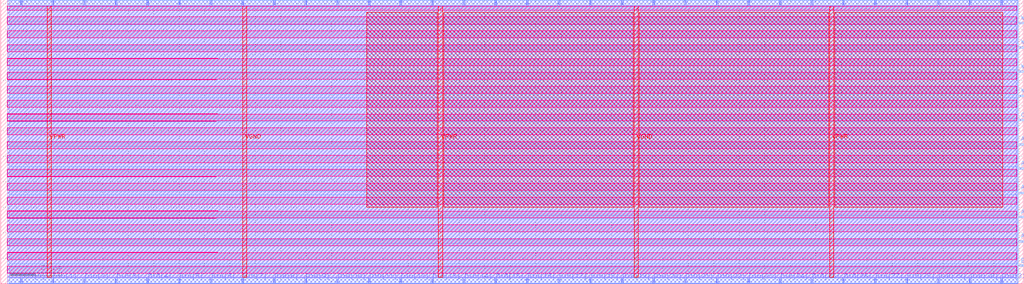
<source format=lef>
VERSION 5.7 ;
  NOWIREEXTENSIONATPIN ON ;
  DIVIDERCHAR "/" ;
  BUSBITCHARS "[]" ;
MACRO RAM32
  CLASS BLOCK ;
  FOREIGN RAM32 ;
  ORIGIN 0.000 0.000 ;
  SIZE 401.580 BY 111.520 ;
  PIN A0[0]
    PORT
      LAYER met3 ;
        RECT 399.580 16.360 401.580 16.960 ;
    END
  END A0[0]
  PIN A0[1]
    PORT
      LAYER met3 ;
        RECT 399.580 25.880 401.580 26.480 ;
    END
  END A0[1]
  PIN A0[2]
    PORT
      LAYER met3 ;
        RECT 399.580 35.400 401.580 36.000 ;
    END
  END A0[2]
  PIN A0[3]
    PORT
      LAYER met3 ;
        RECT 399.580 44.920 401.580 45.520 ;
    END
  END A0[3]
  PIN A0[4]
    PORT
      LAYER met3 ;
        RECT 399.580 54.440 401.580 55.040 ;
    END
  END A0[4]
  PIN CLK
    PORT
      LAYER met3 ;
        RECT 399.580 63.960 401.580 64.560 ;
    END
  END CLK
  PIN Di0[0]
    PORT
      LAYER met2 ;
        RECT 7.910 0.000 8.190 2.000 ;
    END
  END Di0[0]
  PIN Di0[10]
    PORT
      LAYER met2 ;
        RECT 132.110 0.000 132.390 2.000 ;
    END
  END Di0[10]
  PIN Di0[11]
    PORT
      LAYER met2 ;
        RECT 144.530 0.000 144.810 2.000 ;
    END
  END Di0[11]
  PIN Di0[12]
    PORT
      LAYER met2 ;
        RECT 156.950 0.000 157.230 2.000 ;
    END
  END Di0[12]
  PIN Di0[13]
    PORT
      LAYER met2 ;
        RECT 169.370 0.000 169.650 2.000 ;
    END
  END Di0[13]
  PIN Di0[14]
    PORT
      LAYER met2 ;
        RECT 181.790 0.000 182.070 2.000 ;
    END
  END Di0[14]
  PIN Di0[15]
    PORT
      LAYER met2 ;
        RECT 194.210 0.000 194.490 2.000 ;
    END
  END Di0[15]
  PIN Di0[16]
    PORT
      LAYER met2 ;
        RECT 206.630 0.000 206.910 2.000 ;
    END
  END Di0[16]
  PIN Di0[17]
    PORT
      LAYER met2 ;
        RECT 219.050 0.000 219.330 2.000 ;
    END
  END Di0[17]
  PIN Di0[18]
    PORT
      LAYER met2 ;
        RECT 231.470 0.000 231.750 2.000 ;
    END
  END Di0[18]
  PIN Di0[19]
    PORT
      LAYER met2 ;
        RECT 243.890 0.000 244.170 2.000 ;
    END
  END Di0[19]
  PIN Di0[1]
    PORT
      LAYER met2 ;
        RECT 20.330 0.000 20.610 2.000 ;
    END
  END Di0[1]
  PIN Di0[20]
    PORT
      LAYER met2 ;
        RECT 256.310 0.000 256.590 2.000 ;
    END
  END Di0[20]
  PIN Di0[21]
    PORT
      LAYER met2 ;
        RECT 268.730 0.000 269.010 2.000 ;
    END
  END Di0[21]
  PIN Di0[22]
    PORT
      LAYER met2 ;
        RECT 281.150 0.000 281.430 2.000 ;
    END
  END Di0[22]
  PIN Di0[23]
    PORT
      LAYER met2 ;
        RECT 293.570 0.000 293.850 2.000 ;
    END
  END Di0[23]
  PIN Di0[24]
    PORT
      LAYER met2 ;
        RECT 305.990 0.000 306.270 2.000 ;
    END
  END Di0[24]
  PIN Di0[25]
    PORT
      LAYER met2 ;
        RECT 318.410 0.000 318.690 2.000 ;
    END
  END Di0[25]
  PIN Di0[26]
    PORT
      LAYER met2 ;
        RECT 330.830 0.000 331.110 2.000 ;
    END
  END Di0[26]
  PIN Di0[27]
    PORT
      LAYER met2 ;
        RECT 343.250 0.000 343.530 2.000 ;
    END
  END Di0[27]
  PIN Di0[28]
    PORT
      LAYER met2 ;
        RECT 355.670 0.000 355.950 2.000 ;
    END
  END Di0[28]
  PIN Di0[29]
    PORT
      LAYER met2 ;
        RECT 368.090 0.000 368.370 2.000 ;
    END
  END Di0[29]
  PIN Di0[2]
    PORT
      LAYER met2 ;
        RECT 32.750 0.000 33.030 2.000 ;
    END
  END Di0[2]
  PIN Di0[30]
    PORT
      LAYER met2 ;
        RECT 380.510 0.000 380.790 2.000 ;
    END
  END Di0[30]
  PIN Di0[31]
    PORT
      LAYER met2 ;
        RECT 392.930 0.000 393.210 2.000 ;
    END
  END Di0[31]
  PIN Di0[3]
    PORT
      LAYER met2 ;
        RECT 45.170 0.000 45.450 2.000 ;
    END
  END Di0[3]
  PIN Di0[4]
    PORT
      LAYER met2 ;
        RECT 57.590 0.000 57.870 2.000 ;
    END
  END Di0[4]
  PIN Di0[5]
    PORT
      LAYER met2 ;
        RECT 70.010 0.000 70.290 2.000 ;
    END
  END Di0[5]
  PIN Di0[6]
    PORT
      LAYER met2 ;
        RECT 82.430 0.000 82.710 2.000 ;
    END
  END Di0[6]
  PIN Di0[7]
    PORT
      LAYER met2 ;
        RECT 94.850 0.000 95.130 2.000 ;
    END
  END Di0[7]
  PIN Di0[8]
    PORT
      LAYER met2 ;
        RECT 107.270 0.000 107.550 2.000 ;
    END
  END Di0[8]
  PIN Di0[9]
    PORT
      LAYER met2 ;
        RECT 119.690 0.000 119.970 2.000 ;
    END
  END Di0[9]
  PIN Do0[0]
    PORT
      LAYER met2 ;
        RECT 7.910 109.520 8.190 111.520 ;
    END
  END Do0[0]
  PIN Do0[10]
    PORT
      LAYER met2 ;
        RECT 132.110 109.520 132.390 111.520 ;
    END
  END Do0[10]
  PIN Do0[11]
    PORT
      LAYER met2 ;
        RECT 144.530 109.520 144.810 111.520 ;
    END
  END Do0[11]
  PIN Do0[12]
    PORT
      LAYER met2 ;
        RECT 156.950 109.520 157.230 111.520 ;
    END
  END Do0[12]
  PIN Do0[13]
    PORT
      LAYER met2 ;
        RECT 169.370 109.520 169.650 111.520 ;
    END
  END Do0[13]
  PIN Do0[14]
    PORT
      LAYER met2 ;
        RECT 181.790 109.520 182.070 111.520 ;
    END
  END Do0[14]
  PIN Do0[15]
    PORT
      LAYER met2 ;
        RECT 194.210 109.520 194.490 111.520 ;
    END
  END Do0[15]
  PIN Do0[16]
    PORT
      LAYER met2 ;
        RECT 206.630 109.520 206.910 111.520 ;
    END
  END Do0[16]
  PIN Do0[17]
    PORT
      LAYER met2 ;
        RECT 219.050 109.520 219.330 111.520 ;
    END
  END Do0[17]
  PIN Do0[18]
    PORT
      LAYER met2 ;
        RECT 231.470 109.520 231.750 111.520 ;
    END
  END Do0[18]
  PIN Do0[19]
    PORT
      LAYER met2 ;
        RECT 243.890 109.520 244.170 111.520 ;
    END
  END Do0[19]
  PIN Do0[1]
    PORT
      LAYER met2 ;
        RECT 20.330 109.520 20.610 111.520 ;
    END
  END Do0[1]
  PIN Do0[20]
    PORT
      LAYER met2 ;
        RECT 256.310 109.520 256.590 111.520 ;
    END
  END Do0[20]
  PIN Do0[21]
    PORT
      LAYER met2 ;
        RECT 268.730 109.520 269.010 111.520 ;
    END
  END Do0[21]
  PIN Do0[22]
    PORT
      LAYER met2 ;
        RECT 281.150 109.520 281.430 111.520 ;
    END
  END Do0[22]
  PIN Do0[23]
    PORT
      LAYER met2 ;
        RECT 293.570 109.520 293.850 111.520 ;
    END
  END Do0[23]
  PIN Do0[24]
    PORT
      LAYER met2 ;
        RECT 305.990 109.520 306.270 111.520 ;
    END
  END Do0[24]
  PIN Do0[25]
    PORT
      LAYER met2 ;
        RECT 318.410 109.520 318.690 111.520 ;
    END
  END Do0[25]
  PIN Do0[26]
    PORT
      LAYER met2 ;
        RECT 330.830 109.520 331.110 111.520 ;
    END
  END Do0[26]
  PIN Do0[27]
    PORT
      LAYER met2 ;
        RECT 343.250 109.520 343.530 111.520 ;
    END
  END Do0[27]
  PIN Do0[28]
    PORT
      LAYER met2 ;
        RECT 355.670 109.520 355.950 111.520 ;
    END
  END Do0[28]
  PIN Do0[29]
    PORT
      LAYER met2 ;
        RECT 368.090 109.520 368.370 111.520 ;
    END
  END Do0[29]
  PIN Do0[2]
    PORT
      LAYER met2 ;
        RECT 32.750 109.520 33.030 111.520 ;
    END
  END Do0[2]
  PIN Do0[30]
    PORT
      LAYER met2 ;
        RECT 380.510 109.520 380.790 111.520 ;
    END
  END Do0[30]
  PIN Do0[31]
    PORT
      LAYER met2 ;
        RECT 392.930 109.520 393.210 111.520 ;
    END
  END Do0[31]
  PIN Do0[3]
    PORT
      LAYER met2 ;
        RECT 45.170 109.520 45.450 111.520 ;
    END
  END Do0[3]
  PIN Do0[4]
    PORT
      LAYER met2 ;
        RECT 57.590 109.520 57.870 111.520 ;
    END
  END Do0[4]
  PIN Do0[5]
    PORT
      LAYER met2 ;
        RECT 70.010 109.520 70.290 111.520 ;
    END
  END Do0[5]
  PIN Do0[6]
    PORT
      LAYER met2 ;
        RECT 82.430 109.520 82.710 111.520 ;
    END
  END Do0[6]
  PIN Do0[7]
    PORT
      LAYER met2 ;
        RECT 94.850 109.520 95.130 111.520 ;
    END
  END Do0[7]
  PIN Do0[8]
    PORT
      LAYER met2 ;
        RECT 107.270 109.520 107.550 111.520 ;
    END
  END Do0[8]
  PIN Do0[9]
    PORT
      LAYER met2 ;
        RECT 119.690 109.520 119.970 111.520 ;
    END
  END Do0[9]
  PIN EN0
    PORT
      LAYER met3 ;
        RECT 399.580 6.840 401.580 7.440 ;
    END
  END EN0
  PIN VGND
    USE GROUND ;
    PORT
      LAYER met4 ;
        RECT 248.680 2.480 250.280 109.040 ;
    END
    PORT
      LAYER met4 ;
        RECT 95.080 2.480 96.680 109.040 ;
    END
  END VGND
  PIN VPWR
    USE POWER ;
    PORT
      LAYER met4 ;
        RECT 325.480 2.480 327.080 109.040 ;
    END
    PORT
      LAYER met4 ;
        RECT 171.880 2.480 173.480 109.040 ;
    END
    PORT
      LAYER met4 ;
        RECT 18.280 2.480 19.880 109.040 ;
    END
  END VPWR
  PIN WE0[0]
    PORT
      LAYER met3 ;
        RECT 399.580 73.480 401.580 74.080 ;
    END
  END WE0[0]
  PIN WE0[1]
    PORT
      LAYER met3 ;
        RECT 399.580 83.000 401.580 83.600 ;
    END
  END WE0[1]
  PIN WE0[2]
    PORT
      LAYER met3 ;
        RECT 399.580 92.520 401.580 93.120 ;
    END
  END WE0[2]
  PIN WE0[3]
    PORT
      LAYER met3 ;
        RECT 399.580 102.040 401.580 102.640 ;
    END
  END WE0[3]
  OBS
      LAYER nwell ;
        RECT 2.570 107.385 399.010 108.990 ;
        RECT 2.570 101.945 399.010 104.775 ;
        RECT 2.570 96.555 399.010 99.335 ;
        RECT 2.570 96.505 84.715 96.555 ;
        RECT 2.570 93.845 85.175 93.895 ;
        RECT 2.570 91.115 399.010 93.845 ;
        RECT 2.570 91.065 84.715 91.115 ;
        RECT 2.570 88.405 85.175 88.455 ;
        RECT 2.570 85.675 399.010 88.405 ;
        RECT 2.570 85.625 84.715 85.675 ;
        RECT 2.570 82.965 85.175 83.015 ;
        RECT 2.570 80.235 399.010 82.965 ;
        RECT 2.570 80.185 84.715 80.235 ;
        RECT 2.570 77.525 85.175 77.575 ;
        RECT 2.570 74.795 399.010 77.525 ;
        RECT 2.570 74.745 84.715 74.795 ;
        RECT 2.570 72.085 85.175 72.135 ;
        RECT 2.570 69.355 399.010 72.085 ;
        RECT 2.570 69.305 84.715 69.355 ;
        RECT 2.570 66.645 85.175 66.695 ;
        RECT 2.570 63.915 399.010 66.645 ;
        RECT 2.570 63.865 84.715 63.915 ;
        RECT 2.570 61.205 85.175 61.255 ;
        RECT 2.570 58.475 399.010 61.205 ;
        RECT 2.570 58.425 84.715 58.475 ;
        RECT 2.570 55.765 85.175 55.815 ;
        RECT 2.570 52.985 399.010 55.765 ;
        RECT 2.570 47.595 399.010 50.375 ;
        RECT 2.570 47.545 84.715 47.595 ;
        RECT 2.570 44.885 85.175 44.935 ;
        RECT 2.570 42.155 399.010 44.885 ;
        RECT 2.570 42.105 84.715 42.155 ;
        RECT 2.570 39.445 85.175 39.495 ;
        RECT 2.570 36.715 399.010 39.445 ;
        RECT 2.570 36.665 84.715 36.715 ;
        RECT 2.570 34.005 85.175 34.055 ;
        RECT 2.570 31.275 399.010 34.005 ;
        RECT 2.570 31.225 84.715 31.275 ;
        RECT 2.570 28.565 85.175 28.615 ;
        RECT 2.570 25.835 399.010 28.565 ;
        RECT 2.570 25.785 84.715 25.835 ;
        RECT 2.570 23.125 85.175 23.175 ;
        RECT 2.570 20.395 399.010 23.125 ;
        RECT 2.570 20.345 84.715 20.395 ;
        RECT 2.570 17.685 85.175 17.735 ;
        RECT 2.570 14.955 399.010 17.685 ;
        RECT 2.570 14.905 84.715 14.955 ;
        RECT 2.570 12.245 85.175 12.295 ;
        RECT 2.570 9.515 399.010 12.245 ;
        RECT 2.570 9.465 84.715 9.515 ;
        RECT 2.570 6.805 85.175 6.855 ;
        RECT 2.570 4.025 399.010 6.805 ;
      LAYER li1 ;
        RECT 2.760 2.635 398.820 108.885 ;
      LAYER met1 ;
        RECT 2.760 0.040 399.210 111.480 ;
      LAYER met2 ;
        RECT 3.310 109.240 7.630 111.510 ;
        RECT 8.470 109.240 20.050 111.510 ;
        RECT 20.890 109.240 32.470 111.510 ;
        RECT 33.310 109.240 44.890 111.510 ;
        RECT 45.730 109.240 57.310 111.510 ;
        RECT 58.150 109.240 69.730 111.510 ;
        RECT 70.570 109.240 82.150 111.510 ;
        RECT 82.990 109.240 94.570 111.510 ;
        RECT 95.410 109.240 106.990 111.510 ;
        RECT 107.830 109.240 119.410 111.510 ;
        RECT 120.250 109.240 131.830 111.510 ;
        RECT 132.670 109.240 144.250 111.510 ;
        RECT 145.090 109.240 156.670 111.510 ;
        RECT 157.510 109.240 169.090 111.510 ;
        RECT 169.930 109.240 181.510 111.510 ;
        RECT 182.350 109.240 193.930 111.510 ;
        RECT 194.770 109.240 206.350 111.510 ;
        RECT 207.190 109.240 218.770 111.510 ;
        RECT 219.610 109.240 231.190 111.510 ;
        RECT 232.030 109.240 243.610 111.510 ;
        RECT 244.450 109.240 256.030 111.510 ;
        RECT 256.870 109.240 268.450 111.510 ;
        RECT 269.290 109.240 280.870 111.510 ;
        RECT 281.710 109.240 293.290 111.510 ;
        RECT 294.130 109.240 305.710 111.510 ;
        RECT 306.550 109.240 318.130 111.510 ;
        RECT 318.970 109.240 330.550 111.510 ;
        RECT 331.390 109.240 342.970 111.510 ;
        RECT 343.810 109.240 355.390 111.510 ;
        RECT 356.230 109.240 367.810 111.510 ;
        RECT 368.650 109.240 380.230 111.510 ;
        RECT 381.070 109.240 392.650 111.510 ;
        RECT 393.490 109.240 399.180 111.510 ;
        RECT 3.310 2.280 399.180 109.240 ;
        RECT 3.310 0.010 7.630 2.280 ;
        RECT 8.470 0.010 20.050 2.280 ;
        RECT 20.890 0.010 32.470 2.280 ;
        RECT 33.310 0.010 44.890 2.280 ;
        RECT 45.730 0.010 57.310 2.280 ;
        RECT 58.150 0.010 69.730 2.280 ;
        RECT 70.570 0.010 82.150 2.280 ;
        RECT 82.990 0.010 94.570 2.280 ;
        RECT 95.410 0.010 106.990 2.280 ;
        RECT 107.830 0.010 119.410 2.280 ;
        RECT 120.250 0.010 131.830 2.280 ;
        RECT 132.670 0.010 144.250 2.280 ;
        RECT 145.090 0.010 156.670 2.280 ;
        RECT 157.510 0.010 169.090 2.280 ;
        RECT 169.930 0.010 181.510 2.280 ;
        RECT 182.350 0.010 193.930 2.280 ;
        RECT 194.770 0.010 206.350 2.280 ;
        RECT 207.190 0.010 218.770 2.280 ;
        RECT 219.610 0.010 231.190 2.280 ;
        RECT 232.030 0.010 243.610 2.280 ;
        RECT 244.450 0.010 256.030 2.280 ;
        RECT 256.870 0.010 268.450 2.280 ;
        RECT 269.290 0.010 280.870 2.280 ;
        RECT 281.710 0.010 293.290 2.280 ;
        RECT 294.130 0.010 305.710 2.280 ;
        RECT 306.550 0.010 318.130 2.280 ;
        RECT 318.970 0.010 330.550 2.280 ;
        RECT 331.390 0.010 342.970 2.280 ;
        RECT 343.810 0.010 355.390 2.280 ;
        RECT 356.230 0.010 367.810 2.280 ;
        RECT 368.650 0.010 380.230 2.280 ;
        RECT 381.070 0.010 392.650 2.280 ;
        RECT 393.490 0.010 399.180 2.280 ;
      LAYER met3 ;
        RECT 3.285 103.040 399.580 111.345 ;
        RECT 3.285 101.640 399.180 103.040 ;
        RECT 3.285 93.520 399.580 101.640 ;
        RECT 3.285 92.120 399.180 93.520 ;
        RECT 3.285 84.000 399.580 92.120 ;
        RECT 3.285 82.600 399.180 84.000 ;
        RECT 3.285 74.480 399.580 82.600 ;
        RECT 3.285 73.080 399.180 74.480 ;
        RECT 3.285 64.960 399.580 73.080 ;
        RECT 3.285 63.560 399.180 64.960 ;
        RECT 3.285 55.440 399.580 63.560 ;
        RECT 3.285 54.040 399.180 55.440 ;
        RECT 3.285 45.920 399.580 54.040 ;
        RECT 3.285 44.520 399.180 45.920 ;
        RECT 3.285 36.400 399.580 44.520 ;
        RECT 3.285 35.000 399.180 36.400 ;
        RECT 3.285 26.880 399.580 35.000 ;
        RECT 3.285 25.480 399.180 26.880 ;
        RECT 3.285 17.360 399.580 25.480 ;
        RECT 3.285 15.960 399.180 17.360 ;
        RECT 3.285 7.840 399.580 15.960 ;
        RECT 3.285 6.440 399.180 7.840 ;
        RECT 3.285 0.175 399.580 6.440 ;
      LAYER met4 ;
        RECT 143.815 30.095 171.480 106.585 ;
        RECT 173.880 30.095 248.280 106.585 ;
        RECT 250.680 30.095 325.080 106.585 ;
        RECT 327.480 30.095 393.465 106.585 ;
  END
END RAM32
END LIBRARY


</source>
